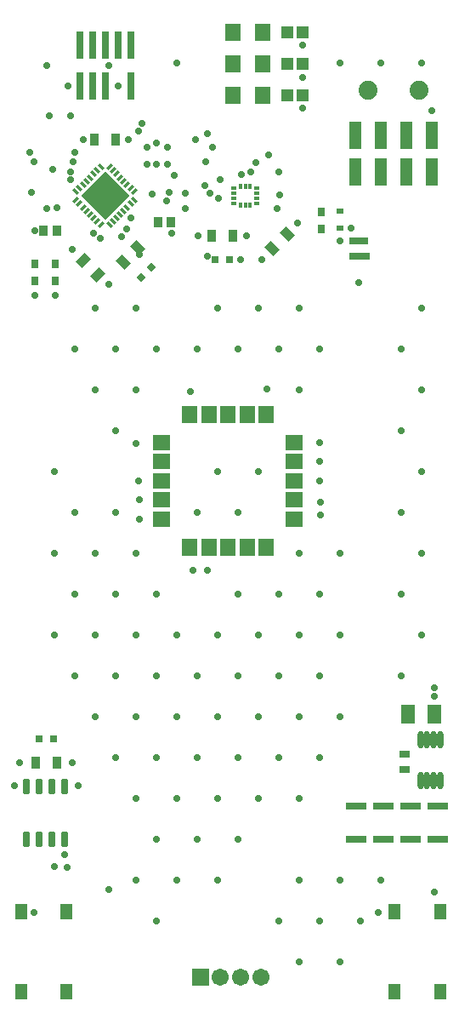
<source format=gbr>
%TF.GenerationSoftware,Altium Limited,Altium Designer,20.2.8 (258)*%
G04 Layer_Color=8388736*
%FSLAX26Y26*%
%MOIN*%
%TF.SameCoordinates,5803725C-7DB8-4FA7-A0CF-86E37554034E*%
%TF.FilePolarity,Negative*%
%TF.FileFunction,Soldermask,Top*%
%TF.Part,Single*%
G01*
G75*
%TA.AperFunction,SMDPad,CuDef*%
%ADD10R,0.051181X0.061024*%
%ADD11R,0.031496X0.035433*%
%ADD12R,0.070866X0.059055*%
%ADD13R,0.059055X0.070866*%
G04:AMPARAMS|DCode=14|XSize=37.646mil|YSize=47.488mil|CornerRadius=0mil|HoleSize=0mil|Usage=FLASHONLY|Rotation=225.000|XOffset=0mil|YOffset=0mil|HoleType=Round|Shape=Rectangle|*
%AMROTATEDRECTD14*
4,1,4,-0.003480,0.030099,0.030099,-0.003480,0.003480,-0.030099,-0.030099,0.003480,-0.003480,0.030099,0.0*
%
%ADD14ROTATEDRECTD14*%

%ADD15R,0.013780X0.022638*%
%ADD16R,0.022638X0.013780*%
%ADD17R,0.029134X0.109843*%
G04:AMPARAMS|DCode=18|XSize=37.646mil|YSize=47.488mil|CornerRadius=0mil|HoleSize=0mil|Usage=FLASHONLY|Rotation=135.000|XOffset=0mil|YOffset=0mil|HoleType=Round|Shape=Rectangle|*
%AMROTATEDRECTD18*
4,1,4,0.030099,0.003480,-0.003480,-0.030099,-0.030099,-0.003480,0.003480,0.030099,0.030099,0.003480,0.0*
%
%ADD18ROTATEDRECTD18*%

%ADD19R,0.037646X0.047488*%
%ADD20P,0.038974X4X270.0*%
G04:AMPARAMS|DCode=21|XSize=11.811mil|YSize=23.622mil|CornerRadius=0mil|HoleSize=0mil|Usage=FLASHONLY|Rotation=135.000|XOffset=0mil|YOffset=0mil|HoleType=Round|Shape=Rectangle|*
%AMROTATEDRECTD21*
4,1,4,0.012527,0.004176,-0.004176,-0.012527,-0.012527,-0.004176,0.004176,0.012527,0.012527,0.004176,0.0*
%
%ADD21ROTATEDRECTD21*%

G04:AMPARAMS|DCode=22|XSize=23.622mil|YSize=11.811mil|CornerRadius=0mil|HoleSize=0mil|Usage=FLASHONLY|Rotation=135.000|XOffset=0mil|YOffset=0mil|HoleType=Round|Shape=Rectangle|*
%AMROTATEDRECTD22*
4,1,4,0.012527,-0.004176,0.004176,-0.012527,-0.012527,0.004176,-0.004176,0.012527,0.012527,-0.004176,0.0*
%
%ADD22ROTATEDRECTD22*%

%ADD23P,0.192088X4X180.0*%
%ADD24R,0.031496X0.023622*%
%ADD31R,0.027559X0.027559*%
%TA.AperFunction,ComponentPad*%
%ADD65C,0.067055*%
%ADD66R,0.067055X0.067055*%
%ADD67C,0.074142*%
%TA.AperFunction,ViaPad*%
%ADD68C,0.028000*%
%TA.AperFunction,SMDPad,CuDef*%
%ADD84R,0.037528X0.041465*%
%ADD85R,0.074929X0.027685*%
%ADD86R,0.078866X0.027685*%
%ADD87R,0.063118X0.067055*%
%ADD88R,0.045402X0.045402*%
%ADD89R,0.047370X0.106425*%
G04:AMPARAMS|DCode=90|XSize=29.654mil|YSize=57.213mil|CornerRadius=5.949mil|HoleSize=0mil|Usage=FLASHONLY|Rotation=0.000|XOffset=0mil|YOffset=0mil|HoleType=Round|Shape=RoundedRectangle|*
%AMROUNDEDRECTD90*
21,1,0.029654,0.045315,0,0,0.0*
21,1,0.017756,0.057213,0,0,0.0*
1,1,0.011898,0.008878,-0.022657*
1,1,0.011898,-0.008878,-0.022657*
1,1,0.011898,-0.008878,0.022657*
1,1,0.011898,0.008878,0.022657*
%
%ADD90ROUNDEDRECTD90*%
%ADD91O,0.025716X0.067055*%
%ADD92R,0.053276X0.074929*%
%ADD93R,0.041465X0.025716*%
%ADD94R,0.078866X0.029654*%
D10*
X1408583Y1476496D02*
D03*
Y1163504D02*
D03*
X1231417Y1476496D02*
D03*
Y1163504D02*
D03*
X2696417D02*
D03*
Y1476496D02*
D03*
X2873583Y1163504D02*
D03*
Y1476496D02*
D03*
D11*
X1283835Y4013465D02*
D03*
Y3946535D02*
D03*
X1365000Y4013465D02*
D03*
Y3946535D02*
D03*
X2407699Y4218465D02*
D03*
Y4151535D02*
D03*
D12*
X2302500Y3015551D02*
D03*
Y3090354D02*
D03*
Y3165157D02*
D03*
Y3239961D02*
D03*
Y3314764D02*
D03*
X1782815D02*
D03*
Y3239961D02*
D03*
Y3165157D02*
D03*
Y3090354D02*
D03*
Y3015551D02*
D03*
D13*
X2192264Y3425000D02*
D03*
X2117461D02*
D03*
X2042658D02*
D03*
X1967854D02*
D03*
X1893051D02*
D03*
Y2905315D02*
D03*
X1967854D02*
D03*
X2042658D02*
D03*
X2117461D02*
D03*
X2192264D02*
D03*
D14*
X2216465Y4074611D02*
D03*
X2273535Y4131681D02*
D03*
X1631465Y4021942D02*
D03*
X1688535Y4079011D02*
D03*
D15*
X2090315Y4315925D02*
D03*
X2110000D02*
D03*
X2129685D02*
D03*
Y4244075D02*
D03*
X2110000D02*
D03*
X2090315D02*
D03*
D16*
X2155768Y4309528D02*
D03*
Y4289842D02*
D03*
Y4270158D02*
D03*
Y4250472D02*
D03*
X2064232D02*
D03*
Y4270158D02*
D03*
Y4289842D02*
D03*
Y4309528D02*
D03*
D17*
X1660000Y4870118D02*
D03*
X1610000D02*
D03*
X1560000D02*
D03*
X1510000D02*
D03*
X1460000D02*
D03*
X1660000Y4709882D02*
D03*
X1560000D02*
D03*
X1510000D02*
D03*
X1460000D02*
D03*
D18*
X1473949Y4029011D02*
D03*
X1531019Y3971942D02*
D03*
D19*
X1600354Y4500000D02*
D03*
X1519646D02*
D03*
X2060354Y4125000D02*
D03*
X1979646D02*
D03*
X1370000Y2060000D02*
D03*
X1289291D02*
D03*
D20*
X1701025Y3960513D02*
D03*
X1740000Y3999487D02*
D03*
D21*
X1576703Y4394139D02*
D03*
X1590623Y4380220D02*
D03*
X1604542Y4366301D02*
D03*
X1618462Y4352381D02*
D03*
X1632381Y4338462D02*
D03*
X1646301Y4324542D02*
D03*
X1660220Y4310623D02*
D03*
X1674139Y4296703D02*
D03*
X1543297Y4165861D02*
D03*
X1529377Y4179780D02*
D03*
X1515458Y4193699D02*
D03*
X1501538Y4207619D02*
D03*
X1487619Y4221538D02*
D03*
X1473699Y4235458D02*
D03*
X1459780Y4249377D02*
D03*
X1445861Y4263297D02*
D03*
D22*
Y4296703D02*
D03*
X1459780Y4310623D02*
D03*
X1473699Y4324542D02*
D03*
X1487619Y4338462D02*
D03*
X1501538Y4352381D02*
D03*
X1515458Y4366301D02*
D03*
X1529377Y4380220D02*
D03*
X1543297Y4394139D02*
D03*
X1674139Y4263297D02*
D03*
X1660220Y4249377D02*
D03*
X1646301Y4235458D02*
D03*
X1632381Y4221538D02*
D03*
X1618462Y4207619D02*
D03*
X1604542Y4193699D02*
D03*
X1590623Y4179780D02*
D03*
X1576703Y4165861D02*
D03*
D23*
X1560000Y4280000D02*
D03*
D24*
X2480990Y4155000D02*
D03*
Y4221929D02*
D03*
D31*
X2047559Y4030000D02*
D03*
X1992441D02*
D03*
X1357559Y2155000D02*
D03*
X1302441D02*
D03*
D65*
X2091870Y1221653D02*
D03*
X2013130D02*
D03*
X2170610D02*
D03*
D66*
X1934390D02*
D03*
D67*
X2590000Y4693740D02*
D03*
X2790000D02*
D03*
D68*
X1340000Y4595000D02*
D03*
X1690000Y4535000D02*
D03*
X1915000Y4500000D02*
D03*
X1960000Y4525000D02*
D03*
X2005000Y4270000D02*
D03*
X1970000Y4290000D02*
D03*
X1424000Y4345000D02*
D03*
X1425000Y4375000D02*
D03*
X1830000Y4360000D02*
D03*
X1961243Y4045072D02*
D03*
X1270000Y4295000D02*
D03*
X2800000Y4800000D02*
D03*
Y3840000D02*
D03*
X2720000Y3680000D02*
D03*
X2800000Y3520000D02*
D03*
X2720000Y3360000D02*
D03*
X2800000Y3200000D02*
D03*
X2720000Y3040000D02*
D03*
X2800000Y2880000D02*
D03*
X2720000Y2720000D02*
D03*
X2800000Y2560000D02*
D03*
X2720000Y2400000D02*
D03*
X2640000Y4800000D02*
D03*
Y1600000D02*
D03*
X2560000Y1440000D02*
D03*
X2480000Y4800000D02*
D03*
X2400000Y3680000D02*
D03*
X2480000Y2880000D02*
D03*
X2400000Y2720000D02*
D03*
X2480000Y2560000D02*
D03*
X2400000Y2400000D02*
D03*
X2480000Y2240000D02*
D03*
X2400000Y2080000D02*
D03*
X2480000Y1600000D02*
D03*
X2400000Y1440000D02*
D03*
X2480000Y1280000D02*
D03*
X2320000Y3840000D02*
D03*
X2240000Y3680000D02*
D03*
X2320000Y3520000D02*
D03*
Y2880000D02*
D03*
X2240000Y2720000D02*
D03*
X2320000Y2560000D02*
D03*
X2240000Y2400000D02*
D03*
X2320000Y2240000D02*
D03*
X2240000Y2080000D02*
D03*
X2320000Y1920000D02*
D03*
Y1600000D02*
D03*
X2240000Y1440000D02*
D03*
X2320000Y1280000D02*
D03*
X2160000Y3840000D02*
D03*
X2080000Y3680000D02*
D03*
X2160000Y3200000D02*
D03*
X2080000Y3040000D02*
D03*
Y2720000D02*
D03*
X2160000Y2560000D02*
D03*
X2080000Y2400000D02*
D03*
X2160000Y2240000D02*
D03*
X2080000Y2080000D02*
D03*
X2160000Y1920000D02*
D03*
X2080000Y1760000D02*
D03*
X2000000Y3840000D02*
D03*
X1920000Y3680000D02*
D03*
X2000000Y3200000D02*
D03*
X1920000Y3040000D02*
D03*
X2000000Y2560000D02*
D03*
X1920000Y2400000D02*
D03*
X2000000Y2240000D02*
D03*
X1920000Y2080000D02*
D03*
X2000000Y1920000D02*
D03*
X1920000Y1760000D02*
D03*
X2000000Y1600000D02*
D03*
X1840000Y4800000D02*
D03*
X1760000Y3680000D02*
D03*
Y2720000D02*
D03*
X1840000Y2560000D02*
D03*
X1760000Y2400000D02*
D03*
X1840000Y2240000D02*
D03*
X1760000Y2080000D02*
D03*
X1840000Y1920000D02*
D03*
X1760000Y1760000D02*
D03*
X1840000Y1600000D02*
D03*
X1760000Y1440000D02*
D03*
X1680000Y3840000D02*
D03*
X1600000Y3680000D02*
D03*
X1680000Y3520000D02*
D03*
X1600000Y3360000D02*
D03*
Y3040000D02*
D03*
X1680000Y2880000D02*
D03*
X1600000Y2720000D02*
D03*
X1680000Y2560000D02*
D03*
X1600000Y2400000D02*
D03*
X1680000Y2240000D02*
D03*
X1600000Y2080000D02*
D03*
X1680000Y1920000D02*
D03*
Y1600000D02*
D03*
X1520000Y3840000D02*
D03*
X1440000Y3680000D02*
D03*
X1520000Y3520000D02*
D03*
X1440000Y3040000D02*
D03*
X1520000Y2880000D02*
D03*
X1440000Y2720000D02*
D03*
X1520000Y2560000D02*
D03*
X1440000Y2400000D02*
D03*
X1520000Y2240000D02*
D03*
X1360000Y3200000D02*
D03*
Y2880000D02*
D03*
Y2560000D02*
D03*
X2850000Y2355000D02*
D03*
X2851181Y2319410D02*
D03*
X1705000Y4565000D02*
D03*
X1695000Y4050000D02*
D03*
X1625000Y4120000D02*
D03*
X1645000Y4150000D02*
D03*
X1762500Y4487500D02*
D03*
X1875000Y4230000D02*
D03*
Y4290000D02*
D03*
X1810000Y4295000D02*
D03*
X1802061Y4262060D02*
D03*
X1820000Y4135000D02*
D03*
X2850000Y1555000D02*
D03*
X1743358Y4288358D02*
D03*
X1575000Y1565000D02*
D03*
X1280000Y1475000D02*
D03*
X2630000D02*
D03*
X1660000Y4195000D02*
D03*
X1285000Y4145000D02*
D03*
X1540000Y4115000D02*
D03*
X1513162Y4135726D02*
D03*
X1410000Y1650000D02*
D03*
X1360000Y1655000D02*
D03*
X1330000Y4230000D02*
D03*
X1370000Y4235000D02*
D03*
X1455000Y1970000D02*
D03*
X1205000D02*
D03*
X1400000Y1700000D02*
D03*
X1225000Y2060000D02*
D03*
X1430000D02*
D03*
X2555000Y3940000D02*
D03*
X2480000Y4105000D02*
D03*
X2400224Y3164307D02*
D03*
X2400040Y3239961D02*
D03*
X1680000Y3310000D02*
D03*
X1895000Y3515000D02*
D03*
X2195000Y3525000D02*
D03*
X2405000Y3080000D02*
D03*
X1283835Y3890000D02*
D03*
X1695000Y3090000D02*
D03*
X1365000Y3890000D02*
D03*
X1690000Y3165000D02*
D03*
X2090000Y4030000D02*
D03*
X2175000D02*
D03*
X2315000Y4175000D02*
D03*
X2525000Y4155000D02*
D03*
X1905000Y2815000D02*
D03*
X1960000D02*
D03*
X2405000Y3030000D02*
D03*
X1695000Y3015000D02*
D03*
X2400000Y3315000D02*
D03*
X1265000Y4450000D02*
D03*
X1280000Y4415000D02*
D03*
X1435000D02*
D03*
X1440000Y4450000D02*
D03*
X2245000Y4285000D02*
D03*
X1955000Y4415000D02*
D03*
X1980000Y4470000D02*
D03*
X2150000Y4410000D02*
D03*
X2200000Y4440000D02*
D03*
X2240000Y4375000D02*
D03*
X2840000Y4615000D02*
D03*
X2235000Y4230000D02*
D03*
X2335000Y4625000D02*
D03*
Y4745000D02*
D03*
Y4870000D02*
D03*
X1805000Y4470000D02*
D03*
Y4405000D02*
D03*
X1760000D02*
D03*
X1725000Y4470000D02*
D03*
Y4405000D02*
D03*
X1950000Y4320000D02*
D03*
X2010000Y4345000D02*
D03*
X2095000Y4365000D02*
D03*
X1355000Y4385000D02*
D03*
X2130000Y4375000D02*
D03*
X1925000Y4125000D02*
D03*
X2115000D02*
D03*
X1475000Y4500000D02*
D03*
X1650000D02*
D03*
X1575000Y3935000D02*
D03*
X1430000Y4070000D02*
D03*
X1555000Y4235000D02*
D03*
X1505000Y4280000D02*
D03*
X1605000Y4285000D02*
D03*
X1560000Y4330000D02*
D03*
X1415000Y4710000D02*
D03*
X1610000Y4709882D02*
D03*
X1330000Y4790000D02*
D03*
X1575000D02*
D03*
X1425000Y4595000D02*
D03*
D84*
X1819333Y4177134D02*
D03*
X1768152D02*
D03*
X1370639Y4145000D02*
D03*
X1319458D02*
D03*
D85*
X2556024Y4104528D02*
D03*
D86*
X2557992Y4045472D02*
D03*
D87*
X2178110Y4675000D02*
D03*
X2060000D02*
D03*
X2178110Y4797500D02*
D03*
X2060000D02*
D03*
X2178110Y4920000D02*
D03*
X2060000D02*
D03*
D88*
X2333543Y4675000D02*
D03*
X2276457D02*
D03*
X2333543Y4797500D02*
D03*
X2276457D02*
D03*
X2333543Y4920000D02*
D03*
X2276457D02*
D03*
D89*
X2640000Y4372874D02*
D03*
Y4518543D02*
D03*
X2540000Y4372874D02*
D03*
Y4518543D02*
D03*
X2740000D02*
D03*
X2840000D02*
D03*
X2740000Y4372874D02*
D03*
X2840000D02*
D03*
D90*
X1250000Y1761654D02*
D03*
X1300000D02*
D03*
X1350000D02*
D03*
X1400000D02*
D03*
X1250000Y1968347D02*
D03*
X1300000D02*
D03*
X1350000D02*
D03*
X1400000D02*
D03*
D91*
X2873386Y2149724D02*
D03*
X2847795D02*
D03*
X2822205D02*
D03*
X2796614D02*
D03*
X2873386Y1990276D02*
D03*
X2847795D02*
D03*
X2822205D02*
D03*
X2796614D02*
D03*
D92*
X2748819Y2250000D02*
D03*
X2851181D02*
D03*
D93*
X2734439Y2035473D02*
D03*
Y2094528D02*
D03*
D94*
X2545000Y1890000D02*
D03*
Y1762047D02*
D03*
X2651667Y1890000D02*
D03*
Y1762047D02*
D03*
X2758333Y1890000D02*
D03*
Y1762047D02*
D03*
X2865000Y1890000D02*
D03*
Y1762047D02*
D03*
%TF.MD5,42fa05670c8eb4934e6a6fcc4aa4a8dd*%
M02*

</source>
